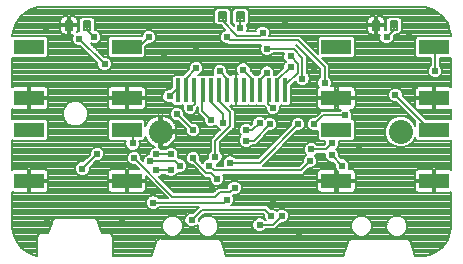
<source format=gbl>
G75*
%MOIN*%
%OFA0B0*%
%FSLAX24Y24*%
%IPPOS*%
%LPD*%
%AMOC8*
5,1,8,0,0,1.08239X$1,22.5*
%
%ADD10R,0.0138X0.0787*%
%ADD11C,0.0075*%
%ADD12R,0.1000X0.0500*%
%ADD13C,0.0800*%
%ADD14C,0.0060*%
%ADD15C,0.0240*%
%ADD16C,0.0080*%
D10*
X005864Y005888D03*
X006140Y005888D03*
X006415Y005888D03*
X006691Y005888D03*
X006966Y005888D03*
X007242Y005888D03*
X007518Y005888D03*
X007793Y005888D03*
X008069Y005888D03*
X008344Y005888D03*
X008620Y005888D03*
X008895Y005888D03*
X009171Y005888D03*
X009447Y005888D03*
D11*
X012360Y008187D02*
X012586Y008187D01*
X012586Y007911D01*
X012360Y007911D01*
X012360Y008187D01*
X012360Y007985D02*
X012586Y007985D01*
X012586Y008059D02*
X012360Y008059D01*
X012360Y008133D02*
X012586Y008133D01*
X012960Y008187D02*
X013186Y008187D01*
X013186Y007911D01*
X012960Y007911D01*
X012960Y008187D01*
X012960Y007985D02*
X013186Y007985D01*
X013186Y008059D02*
X012960Y008059D01*
X012960Y008133D02*
X013186Y008133D01*
X008068Y008482D02*
X007842Y008482D01*
X008068Y008482D02*
X008068Y008206D01*
X007842Y008206D01*
X007842Y008482D01*
X007842Y008280D02*
X008068Y008280D01*
X008068Y008354D02*
X007842Y008354D01*
X007842Y008428D02*
X008068Y008428D01*
X007468Y008482D02*
X007242Y008482D01*
X007468Y008482D02*
X007468Y008206D01*
X007242Y008206D01*
X007242Y008482D01*
X007242Y008280D02*
X007468Y008280D01*
X007468Y008354D02*
X007242Y008354D01*
X007242Y008428D02*
X007468Y008428D01*
X002950Y008187D02*
X002724Y008187D01*
X002950Y008187D02*
X002950Y007911D01*
X002724Y007911D01*
X002724Y008187D01*
X002724Y007985D02*
X002950Y007985D01*
X002950Y008059D02*
X002724Y008059D01*
X002724Y008133D02*
X002950Y008133D01*
X002350Y008187D02*
X002124Y008187D01*
X002350Y008187D02*
X002350Y007911D01*
X002124Y007911D01*
X002124Y008187D01*
X002124Y007985D02*
X002350Y007985D01*
X002350Y008059D02*
X002124Y008059D01*
X002124Y008133D02*
X002350Y008133D01*
D12*
X000912Y007324D03*
X000912Y005624D03*
X000912Y004568D03*
X000912Y002868D03*
X004163Y002868D03*
X004163Y004568D03*
X004163Y005624D03*
X004163Y007324D03*
X011148Y007324D03*
X011148Y005624D03*
X011148Y004568D03*
X011148Y002868D03*
X014399Y002868D03*
X014399Y004568D03*
X014399Y005624D03*
X014399Y007324D03*
D13*
X013293Y004506D03*
X005293Y004506D03*
D14*
X005834Y005096D02*
X006376Y004555D01*
X006966Y004899D02*
X006671Y005195D01*
X006671Y005884D01*
X006691Y005888D01*
X006425Y005884D02*
X006415Y005888D01*
X006425Y005884D02*
X006425Y005441D01*
X006277Y005293D01*
X006966Y005490D02*
X006966Y005888D01*
X007242Y005888D02*
X007262Y005884D01*
X007262Y005490D01*
X007606Y005145D01*
X007606Y004703D01*
X007114Y004210D01*
X007114Y003669D01*
X006917Y003374D02*
X007065Y003226D01*
X009968Y003226D01*
X010264Y003521D01*
X010313Y003915D02*
X010805Y003915D01*
X011002Y004112D01*
X011002Y003718D02*
X011346Y003374D01*
X010411Y004752D02*
X010706Y005047D01*
X011445Y005047D01*
X009870Y004752D02*
X008590Y003472D01*
X007606Y003472D01*
X007163Y002931D02*
X006966Y003128D01*
X006819Y003128D01*
X006376Y003571D01*
X006376Y003620D01*
X005933Y003374D02*
X005785Y003521D01*
X004949Y003521D01*
X005145Y003768D02*
X005638Y003768D01*
X005638Y003226D02*
X005145Y003226D01*
X004407Y003620D02*
X005687Y002340D01*
X007114Y002340D01*
X007262Y002488D01*
X007606Y002488D01*
X007754Y002636D01*
X007508Y002242D02*
X007409Y002144D01*
X005047Y002144D01*
X006327Y001553D02*
X006671Y001897D01*
X008787Y001897D01*
X008984Y001701D01*
X009033Y001405D02*
X008590Y001405D01*
X009033Y001405D02*
X009329Y001701D01*
X008394Y004210D02*
X008147Y004210D01*
X008394Y004210D02*
X008935Y004752D01*
X008590Y004801D02*
X008344Y004555D01*
X008147Y004555D01*
X007360Y004801D02*
X007360Y005096D01*
X006966Y005490D01*
X007518Y005888D02*
X007508Y005933D01*
X007508Y006277D01*
X007262Y006523D01*
X008049Y006573D02*
X008344Y006277D01*
X008344Y005888D01*
X008620Y005888D02*
X008640Y005933D01*
X008640Y006277D01*
X008836Y006474D01*
X009181Y006228D02*
X009181Y005933D01*
X009171Y005888D01*
X009447Y005888D02*
X009476Y005933D01*
X009476Y006081D01*
X009870Y006474D01*
X009870Y006769D01*
X009624Y007016D01*
X009722Y007262D02*
X010018Y006966D01*
X010018Y006277D01*
X009624Y006671D02*
X009181Y006228D01*
X008895Y005888D02*
X008886Y005884D01*
X008886Y005441D01*
X009033Y005293D01*
X010756Y006130D02*
X010756Y006671D01*
X009870Y007557D01*
X007606Y007557D01*
X007508Y007655D01*
X007852Y007705D02*
X007360Y008197D01*
X007360Y008344D01*
X007355Y008344D01*
X007951Y008344D02*
X007951Y007951D01*
X007852Y007705D02*
X008590Y007705D01*
X008689Y007803D01*
X008836Y007262D02*
X009722Y007262D01*
X007955Y008344D02*
X007951Y008344D01*
X006474Y006622D02*
X006130Y006277D01*
X006130Y005933D01*
X006140Y005888D01*
X005864Y005888D02*
X005834Y005933D01*
X005588Y005687D01*
X004358Y004407D02*
X004210Y004555D01*
X004163Y004568D01*
X004358Y004407D02*
X004358Y004112D01*
X003177Y003768D02*
X002685Y003275D01*
X003423Y006769D02*
X002586Y007606D01*
X002832Y007901D02*
X002832Y008049D01*
X002837Y008049D01*
X002832Y007901D02*
X003079Y007655D01*
X004163Y007324D02*
X004210Y007360D01*
X004604Y007360D01*
X004899Y007655D01*
X012823Y007655D02*
X013069Y007901D01*
X013069Y008049D01*
X013073Y008049D01*
X014399Y007324D02*
X014447Y007311D01*
X014447Y006523D01*
X013118Y005736D02*
X014250Y004604D01*
X014397Y004604D01*
X014399Y004568D01*
D15*
X013118Y005736D03*
X013758Y006031D03*
X014447Y006523D03*
X012823Y007655D03*
X013561Y007803D03*
X010756Y006130D03*
X010411Y006671D03*
X010018Y006277D03*
X009624Y006671D03*
X009624Y007016D03*
X008836Y007262D03*
X008689Y007803D03*
X007951Y007951D03*
X007508Y007655D03*
X006474Y007262D03*
X006474Y006622D03*
X007262Y006523D03*
X008049Y006573D03*
X008836Y006474D03*
X009033Y005293D03*
X008935Y004752D03*
X008590Y004801D03*
X008147Y004555D03*
X008147Y004210D03*
X007360Y004801D03*
X006966Y004899D03*
X006376Y004555D03*
X005834Y005096D03*
X006277Y005293D03*
X005588Y005687D03*
X005392Y007065D03*
X004899Y007655D03*
X003423Y006769D03*
X003079Y007655D03*
X002586Y007606D03*
X001455Y007852D03*
X004358Y004112D03*
X004407Y003620D03*
X004949Y003521D03*
X005145Y003768D03*
X005638Y003768D03*
X005933Y003374D03*
X005638Y003226D03*
X005145Y003226D03*
X006376Y003620D03*
X006917Y003374D03*
X007114Y003669D03*
X007606Y003472D03*
X007163Y002931D03*
X007016Y002586D03*
X007508Y002242D03*
X007754Y002636D03*
X008984Y001701D03*
X009329Y001701D03*
X009033Y002094D03*
X008590Y001405D03*
X009919Y001061D03*
X011346Y003374D03*
X011002Y003718D03*
X011002Y004112D03*
X010313Y003915D03*
X010264Y003521D03*
X011888Y003915D03*
X010411Y004752D03*
X009870Y004752D03*
X011445Y005047D03*
X009427Y008147D03*
X003177Y003768D03*
X002685Y003275D03*
X005047Y002144D03*
X004014Y001455D03*
X006327Y001553D03*
X001504Y001504D03*
D16*
X000897Y000455D02*
X000641Y000641D01*
X000455Y000897D01*
X000357Y001198D01*
X000345Y001356D01*
X000345Y002495D01*
X000358Y002488D01*
X000393Y002478D01*
X000872Y002478D01*
X000872Y002828D01*
X000952Y002828D01*
X000952Y002908D01*
X001552Y002908D01*
X001552Y003137D01*
X001542Y003172D01*
X001524Y003204D01*
X001498Y003230D01*
X001466Y003249D01*
X001430Y003258D01*
X000952Y003258D01*
X000952Y002908D01*
X000872Y002908D01*
X000872Y003258D01*
X000393Y003258D01*
X000358Y003249D01*
X000345Y003242D01*
X000345Y004215D01*
X000362Y004198D01*
X001461Y004198D01*
X001532Y004269D01*
X001532Y004868D01*
X001461Y004938D01*
X000362Y004938D01*
X000345Y004921D01*
X000345Y005251D01*
X000358Y005244D01*
X000393Y005234D01*
X000872Y005234D01*
X000872Y005584D01*
X000952Y005584D01*
X000952Y005664D01*
X001552Y005664D01*
X001552Y005893D01*
X001542Y005928D01*
X001524Y005960D01*
X001498Y005986D01*
X001466Y006005D01*
X001430Y006014D01*
X000952Y006014D01*
X000952Y005664D01*
X000872Y005664D01*
X000872Y006014D01*
X000393Y006014D01*
X000358Y006005D01*
X000345Y005997D01*
X000345Y006971D01*
X000362Y006954D01*
X001461Y006954D01*
X001532Y007025D01*
X001532Y007624D01*
X001461Y007694D01*
X000362Y007694D01*
X000347Y007679D01*
X000357Y007813D01*
X000455Y008114D01*
X000641Y008370D01*
X000897Y008556D01*
X001198Y008654D01*
X001356Y008666D01*
X013955Y008666D01*
X014113Y008654D01*
X014414Y008556D01*
X014669Y008370D01*
X014855Y008114D01*
X014953Y007813D01*
X014964Y007679D01*
X014949Y007694D01*
X013849Y007694D01*
X013779Y007624D01*
X013779Y007025D01*
X013849Y006954D01*
X014297Y006954D01*
X014297Y006713D01*
X014243Y006659D01*
X014207Y006571D01*
X014207Y006476D01*
X014243Y006387D01*
X014311Y006320D01*
X014399Y006283D01*
X014494Y006283D01*
X014583Y006320D01*
X014650Y006387D01*
X014687Y006476D01*
X014687Y006571D01*
X014650Y006659D01*
X014597Y006713D01*
X014597Y006954D01*
X014949Y006954D01*
X014966Y006971D01*
X014966Y005997D01*
X014953Y006005D01*
X014917Y006014D01*
X014439Y006014D01*
X014439Y005664D01*
X014359Y005664D01*
X014359Y005584D01*
X014439Y005584D01*
X014439Y005234D01*
X014917Y005234D01*
X014953Y005244D01*
X014966Y005251D01*
X014966Y004921D01*
X014949Y004938D01*
X014128Y004938D01*
X013358Y005708D01*
X013358Y005784D01*
X013321Y005872D01*
X013254Y005939D01*
X013166Y005976D01*
X013070Y005976D01*
X012982Y005939D01*
X012914Y005872D01*
X012878Y005784D01*
X012878Y005688D01*
X012914Y005600D01*
X012982Y005533D01*
X013070Y005496D01*
X013146Y005496D01*
X013779Y004863D01*
X013779Y004690D01*
X013734Y004800D01*
X013587Y004947D01*
X013396Y005026D01*
X013189Y005026D01*
X012998Y004947D01*
X012852Y004800D01*
X012773Y004609D01*
X012773Y004402D01*
X012852Y004211D01*
X012998Y004065D01*
X013189Y003986D01*
X013396Y003986D01*
X013587Y004065D01*
X013734Y004211D01*
X013779Y004321D01*
X013779Y004269D01*
X013849Y004198D01*
X014949Y004198D01*
X014966Y004215D01*
X014966Y003242D01*
X014953Y003249D01*
X014917Y003258D01*
X014439Y003258D01*
X014439Y002908D01*
X014359Y002908D01*
X014359Y002828D01*
X014439Y002828D01*
X014439Y002478D01*
X014917Y002478D01*
X014953Y002488D01*
X014966Y002495D01*
X014966Y001356D01*
X014953Y001198D01*
X014855Y000897D01*
X014669Y000641D01*
X014414Y000455D01*
X014113Y000357D01*
X013955Y000345D01*
X013782Y000345D01*
X013632Y000793D01*
X013632Y000836D01*
X013611Y000857D01*
X013601Y000886D01*
X013563Y000905D01*
X013533Y000936D01*
X013503Y000936D01*
X013475Y000949D01*
X013435Y000936D01*
X011718Y000936D01*
X011678Y000949D01*
X011651Y000936D01*
X011620Y000936D01*
X011590Y000905D01*
X011552Y000886D01*
X011542Y000857D01*
X011521Y000836D01*
X011521Y000793D01*
X011371Y000345D01*
X007483Y000345D01*
X007333Y000793D01*
X007333Y000836D01*
X007312Y000857D01*
X007302Y000886D01*
X007264Y000905D01*
X007234Y000936D01*
X007203Y000936D01*
X007176Y000949D01*
X007136Y000936D01*
X005321Y000936D01*
X005280Y000949D01*
X005253Y000936D01*
X005223Y000936D01*
X005192Y000905D01*
X005154Y000886D01*
X005145Y000857D01*
X005123Y000836D01*
X005123Y000793D01*
X004974Y000345D01*
X003691Y000345D01*
X003691Y001033D01*
X003592Y001132D01*
X003341Y001132D01*
X003199Y001487D01*
X003199Y001525D01*
X003174Y001550D01*
X003161Y001583D01*
X003126Y001598D01*
X003100Y001625D01*
X003064Y001625D01*
X003032Y001639D01*
X002997Y001625D01*
X001881Y001625D01*
X001846Y001639D01*
X001813Y001625D01*
X001778Y001625D01*
X001751Y001598D01*
X001717Y001583D01*
X001703Y001550D01*
X001678Y001525D01*
X001678Y001487D01*
X001536Y001132D01*
X001286Y001132D01*
X001186Y001033D01*
X001186Y000361D01*
X000897Y000455D01*
X000851Y000489D02*
X001186Y000489D01*
X001186Y000411D02*
X001035Y000411D01*
X001186Y000568D02*
X000743Y000568D01*
X000638Y000646D02*
X001186Y000646D01*
X001186Y000725D02*
X000581Y000725D01*
X000524Y000803D02*
X001186Y000803D01*
X001186Y000882D02*
X000467Y000882D01*
X000435Y000960D02*
X001186Y000960D01*
X001192Y001039D02*
X000409Y001039D01*
X000384Y001117D02*
X001270Y001117D01*
X001562Y001196D02*
X000358Y001196D01*
X000351Y001274D02*
X001593Y001274D01*
X001624Y001353D02*
X000345Y001353D01*
X000345Y001431D02*
X001656Y001431D01*
X001678Y001510D02*
X000345Y001510D01*
X000345Y001588D02*
X001728Y001588D01*
X001466Y002488D02*
X001498Y002506D01*
X001524Y002532D01*
X001542Y002564D01*
X001552Y002600D01*
X001552Y002828D01*
X000952Y002828D01*
X000952Y002478D01*
X001430Y002478D01*
X001466Y002488D01*
X001521Y002530D02*
X003553Y002530D01*
X003551Y002532D02*
X003577Y002506D01*
X003609Y002488D01*
X003644Y002478D01*
X004123Y002478D01*
X004123Y002828D01*
X004203Y002828D01*
X004203Y002478D01*
X004681Y002478D01*
X004717Y002488D01*
X004749Y002506D01*
X004775Y002532D01*
X004793Y002564D01*
X004803Y002600D01*
X004803Y002828D01*
X004203Y002828D01*
X004203Y002908D01*
X004803Y002908D01*
X004803Y003012D01*
X005522Y002294D01*
X005236Y002294D01*
X005183Y002347D01*
X005095Y002384D01*
X004999Y002384D01*
X004911Y002347D01*
X004844Y002279D01*
X004807Y002191D01*
X004807Y002096D01*
X004844Y002008D01*
X004911Y001940D01*
X004999Y001904D01*
X005095Y001904D01*
X005183Y001940D01*
X005236Y001994D01*
X006555Y001994D01*
X006354Y001793D01*
X006279Y001793D01*
X006191Y001756D01*
X006123Y001689D01*
X006087Y001601D01*
X006087Y001505D01*
X006123Y001417D01*
X006191Y001349D01*
X006279Y001313D01*
X006374Y001313D01*
X006463Y001349D01*
X006521Y001408D01*
X006521Y001287D01*
X006574Y001159D01*
X006671Y001062D01*
X006799Y001009D01*
X006937Y001009D01*
X007065Y001062D01*
X007162Y001159D01*
X007215Y001287D01*
X007215Y001425D01*
X007162Y001553D01*
X007065Y001650D01*
X006937Y001703D01*
X006799Y001703D01*
X006671Y001650D01*
X006574Y001553D01*
X006567Y001536D01*
X006567Y001581D01*
X006733Y001747D01*
X008725Y001747D01*
X008744Y001728D01*
X008744Y001653D01*
X008781Y001565D01*
X008790Y001555D01*
X008780Y001555D01*
X008726Y001609D01*
X008638Y001645D01*
X008543Y001645D01*
X008454Y001609D01*
X008387Y001541D01*
X008350Y001453D01*
X008350Y001358D01*
X008387Y001269D01*
X008454Y001202D01*
X008543Y001165D01*
X008638Y001165D01*
X008726Y001202D01*
X008780Y001255D01*
X009095Y001255D01*
X009301Y001461D01*
X009376Y001461D01*
X009464Y001497D01*
X009532Y001565D01*
X009569Y001653D01*
X009569Y001748D01*
X009532Y001837D01*
X009464Y001904D01*
X009376Y001941D01*
X009281Y001941D01*
X009193Y001904D01*
X009156Y001868D01*
X009120Y001904D01*
X009032Y001941D01*
X008956Y001941D01*
X008937Y001960D01*
X008849Y002047D01*
X007653Y002047D01*
X007711Y002106D01*
X007748Y002194D01*
X007748Y002290D01*
X007711Y002378D01*
X007710Y002379D01*
X007726Y002396D01*
X007801Y002396D01*
X007890Y002432D01*
X007957Y002500D01*
X007994Y002588D01*
X007994Y002683D01*
X007957Y002772D01*
X007890Y002839D01*
X007801Y002876D01*
X007706Y002876D01*
X007618Y002839D01*
X007550Y002772D01*
X007514Y002683D01*
X007514Y002638D01*
X007199Y002638D01*
X007052Y002490D01*
X005749Y002490D01*
X005236Y003004D01*
X005281Y003023D01*
X005335Y003076D01*
X005448Y003076D01*
X005502Y003023D01*
X005590Y002986D01*
X005685Y002986D01*
X005774Y003023D01*
X005841Y003090D01*
X005863Y003143D01*
X005885Y003134D01*
X005981Y003134D01*
X006069Y003170D01*
X006136Y003238D01*
X006173Y003326D01*
X006173Y003422D01*
X006136Y003510D01*
X006069Y003577D01*
X005981Y003614D01*
X005905Y003614D01*
X005855Y003664D01*
X005878Y003720D01*
X005878Y003815D01*
X005841Y003903D01*
X005774Y003971D01*
X005685Y004008D01*
X005590Y004008D01*
X005502Y003971D01*
X005448Y003918D01*
X005335Y003918D01*
X005281Y003971D01*
X005253Y003983D01*
X005253Y004466D01*
X005333Y004466D01*
X005333Y004546D01*
X005253Y004546D01*
X005253Y005046D01*
X005250Y005046D01*
X005166Y005032D01*
X005085Y005006D01*
X005010Y004968D01*
X004941Y004918D01*
X004881Y004857D01*
X004831Y004789D01*
X004792Y004713D01*
X004783Y004684D01*
X004783Y004868D01*
X004713Y004938D01*
X003613Y004938D01*
X003543Y004868D01*
X003543Y004269D01*
X003613Y004198D01*
X004134Y004198D01*
X004118Y004160D01*
X004118Y004064D01*
X004155Y003976D01*
X004222Y003909D01*
X004310Y003872D01*
X004406Y003872D01*
X004494Y003909D01*
X004562Y003976D01*
X004598Y004064D01*
X004598Y004160D01*
X004582Y004198D01*
X004713Y004198D01*
X004783Y004269D01*
X004783Y004328D01*
X004792Y004298D01*
X004831Y004223D01*
X004881Y004154D01*
X004941Y004094D01*
X005010Y004044D01*
X005085Y004005D01*
X005089Y004004D01*
X005010Y003971D01*
X004942Y003903D01*
X004905Y003815D01*
X004905Y003761D01*
X004901Y003761D01*
X004813Y003725D01*
X004745Y003657D01*
X004709Y003569D01*
X004709Y003531D01*
X004647Y003592D01*
X004647Y003668D01*
X004611Y003756D01*
X004543Y003823D01*
X004455Y003860D01*
X004360Y003860D01*
X004271Y003823D01*
X004204Y003756D01*
X004167Y003668D01*
X004167Y003572D01*
X004204Y003484D01*
X004271Y003416D01*
X004360Y003380D01*
X004435Y003380D01*
X004557Y003258D01*
X004203Y003258D01*
X004203Y002908D01*
X004123Y002908D01*
X004123Y002828D01*
X003523Y002828D01*
X003523Y002600D01*
X003532Y002564D01*
X003551Y002532D01*
X003523Y002609D02*
X001552Y002609D01*
X001552Y002687D02*
X003523Y002687D01*
X003523Y002766D02*
X001552Y002766D01*
X001552Y002923D02*
X003523Y002923D01*
X003523Y002908D02*
X004123Y002908D01*
X004123Y003258D01*
X003644Y003258D01*
X003609Y003249D01*
X003577Y003230D01*
X003551Y003204D01*
X003532Y003172D01*
X003523Y003137D01*
X003523Y002908D01*
X003523Y003001D02*
X001552Y003001D01*
X001552Y003080D02*
X002541Y003080D01*
X002549Y003072D02*
X002637Y003035D01*
X002733Y003035D01*
X002821Y003072D01*
X002888Y003139D01*
X002925Y003228D01*
X002925Y003303D01*
X003149Y003528D01*
X003225Y003528D01*
X003313Y003564D01*
X003380Y003632D01*
X003417Y003720D01*
X003417Y003815D01*
X003380Y003903D01*
X003313Y003971D01*
X003225Y004008D01*
X003129Y004008D01*
X003041Y003971D01*
X002974Y003903D01*
X002937Y003815D01*
X002937Y003740D01*
X002713Y003515D01*
X002637Y003515D01*
X002549Y003479D01*
X002481Y003411D01*
X002445Y003323D01*
X002445Y003228D01*
X002481Y003139D01*
X002549Y003072D01*
X002474Y003158D02*
X001546Y003158D01*
X001487Y003237D02*
X002445Y003237D01*
X002445Y003315D02*
X000345Y003315D01*
X000345Y003394D02*
X002474Y003394D01*
X002542Y003472D02*
X000345Y003472D01*
X000345Y003551D02*
X002748Y003551D01*
X002826Y003629D02*
X000345Y003629D01*
X000345Y003708D02*
X002905Y003708D01*
X002937Y003786D02*
X000345Y003786D01*
X000345Y003865D02*
X002957Y003865D01*
X003013Y003943D02*
X000345Y003943D01*
X000345Y004022D02*
X004136Y004022D01*
X004118Y004100D02*
X000345Y004100D01*
X000345Y004179D02*
X004126Y004179D01*
X004188Y003943D02*
X003341Y003943D01*
X003397Y003865D02*
X004926Y003865D01*
X004905Y003786D02*
X004581Y003786D01*
X004631Y003708D02*
X004795Y003708D01*
X004733Y003629D02*
X004647Y003629D01*
X004689Y003551D02*
X004709Y003551D01*
X004500Y003315D02*
X002937Y003315D01*
X002925Y003237D02*
X003588Y003237D01*
X003528Y003158D02*
X002896Y003158D01*
X002828Y003080D02*
X003523Y003080D01*
X003094Y003472D02*
X004216Y003472D01*
X004176Y003551D02*
X003280Y003551D01*
X003378Y003629D02*
X004167Y003629D01*
X004184Y003708D02*
X003412Y003708D01*
X003417Y003786D02*
X004234Y003786D01*
X004528Y003943D02*
X004982Y003943D01*
X005054Y004022D02*
X004580Y004022D01*
X004598Y004100D02*
X004935Y004100D01*
X004863Y004179D02*
X004590Y004179D01*
X004771Y004257D02*
X004813Y004257D01*
X005253Y004257D02*
X005333Y004257D01*
X005333Y004179D02*
X005253Y004179D01*
X005253Y004100D02*
X005333Y004100D01*
X005333Y004022D02*
X005253Y004022D01*
X005309Y003943D02*
X005474Y003943D01*
X005419Y003979D02*
X005500Y004005D01*
X005576Y004044D01*
X005645Y004094D01*
X005705Y004154D01*
X005755Y004223D01*
X005793Y004298D01*
X005819Y004379D01*
X005833Y004463D01*
X005833Y004466D01*
X005333Y004466D01*
X005333Y003966D01*
X005335Y003966D01*
X005419Y003979D01*
X005532Y004022D02*
X006964Y004022D01*
X006964Y004100D02*
X005651Y004100D01*
X005722Y004179D02*
X006964Y004179D01*
X006964Y004257D02*
X005772Y004257D01*
X005805Y004336D02*
X006278Y004336D01*
X006240Y004351D02*
X006328Y004315D01*
X006424Y004315D01*
X006512Y004351D01*
X006579Y004419D01*
X006616Y004507D01*
X006616Y004603D01*
X006579Y004691D01*
X006512Y004758D01*
X006424Y004795D01*
X006348Y004795D01*
X006074Y005068D01*
X006074Y005144D01*
X006038Y005232D01*
X005970Y005300D01*
X005882Y005336D01*
X005787Y005336D01*
X005698Y005300D01*
X005631Y005232D01*
X005594Y005144D01*
X005594Y005049D01*
X005631Y004960D01*
X005698Y004893D01*
X005787Y004856D01*
X005862Y004856D01*
X006136Y004583D01*
X006136Y004507D01*
X006172Y004419D01*
X006240Y004351D01*
X006177Y004414D02*
X005825Y004414D01*
X005833Y004546D02*
X005833Y004548D01*
X005819Y004632D01*
X005793Y004713D01*
X005755Y004789D01*
X005705Y004857D01*
X005645Y004918D01*
X005576Y004968D01*
X005500Y005006D01*
X005419Y005032D01*
X005335Y005046D01*
X005333Y005046D01*
X005333Y004546D01*
X005833Y004546D01*
X005829Y004571D02*
X006136Y004571D01*
X006142Y004493D02*
X005333Y004493D01*
X005333Y004571D02*
X005253Y004571D01*
X005253Y004650D02*
X005333Y004650D01*
X005333Y004728D02*
X005253Y004728D01*
X005253Y004807D02*
X005333Y004807D01*
X005333Y004885D02*
X005253Y004885D01*
X005253Y004964D02*
X005333Y004964D01*
X005333Y005042D02*
X005253Y005042D01*
X005227Y005042D02*
X002865Y005042D01*
X002865Y005016D02*
X002801Y004861D01*
X002683Y004743D01*
X002528Y004679D01*
X002361Y004679D01*
X002207Y004743D01*
X002089Y004861D01*
X002025Y005016D01*
X002025Y005183D01*
X002089Y005337D01*
X002207Y005455D01*
X002361Y005519D01*
X002528Y005519D01*
X002683Y005455D01*
X002801Y005337D01*
X002865Y005183D01*
X002865Y005016D01*
X002843Y004964D02*
X005004Y004964D01*
X004908Y004885D02*
X004766Y004885D01*
X004783Y004807D02*
X004844Y004807D01*
X004800Y004728D02*
X004783Y004728D01*
X005253Y004414D02*
X005333Y004414D01*
X005333Y004336D02*
X005253Y004336D01*
X005786Y004728D02*
X005991Y004728D01*
X006069Y004650D02*
X005814Y004650D01*
X005742Y004807D02*
X005912Y004807D01*
X005717Y004885D02*
X005677Y004885D01*
X005630Y004964D02*
X005581Y004964D01*
X005597Y005042D02*
X005359Y005042D01*
X005594Y005121D02*
X002865Y005121D01*
X002858Y005199D02*
X005617Y005199D01*
X005676Y005278D02*
X004764Y005278D01*
X004775Y005288D02*
X004793Y005320D01*
X004803Y005356D01*
X006044Y005356D01*
X006037Y005341D02*
X006037Y005245D01*
X006074Y005157D01*
X006141Y005090D01*
X006230Y005053D01*
X006325Y005053D01*
X006413Y005090D01*
X006481Y005157D01*
X006517Y005245D01*
X006517Y005321D01*
X006521Y005325D01*
X006521Y005133D01*
X006726Y004927D01*
X006726Y004852D01*
X006763Y004763D01*
X006830Y004696D01*
X006919Y004659D01*
X007014Y004659D01*
X007102Y004696D01*
X007132Y004725D01*
X007157Y004665D01*
X007224Y004598D01*
X007270Y004579D01*
X006964Y004273D01*
X006964Y003859D01*
X006911Y003805D01*
X006874Y003717D01*
X006874Y003621D01*
X006877Y003614D01*
X006869Y003614D01*
X006781Y003577D01*
X006714Y003510D01*
X006695Y003464D01*
X006607Y003551D01*
X006616Y003572D01*
X006616Y003668D01*
X006579Y003756D01*
X006512Y003823D01*
X006424Y003860D01*
X006328Y003860D01*
X006240Y003823D01*
X006172Y003756D01*
X006136Y003668D01*
X006136Y003572D01*
X006172Y003484D01*
X006240Y003416D01*
X006328Y003380D01*
X006354Y003380D01*
X006757Y002978D01*
X006904Y002978D01*
X006923Y002959D01*
X006923Y002883D01*
X006960Y002795D01*
X007027Y002727D01*
X007115Y002691D01*
X007211Y002691D01*
X007299Y002727D01*
X007367Y002795D01*
X007403Y002883D01*
X007403Y002979D01*
X007367Y003067D01*
X007357Y003076D01*
X010030Y003076D01*
X010118Y003164D01*
X010236Y003281D01*
X010311Y003281D01*
X010400Y003318D01*
X010467Y003386D01*
X010504Y003474D01*
X010504Y003569D01*
X010467Y003657D01*
X010423Y003701D01*
X010449Y003712D01*
X010502Y003765D01*
X010762Y003765D01*
X010762Y003671D01*
X010798Y003582D01*
X010866Y003515D01*
X010954Y003478D01*
X011030Y003478D01*
X011106Y003402D01*
X011106Y003326D01*
X011143Y003238D01*
X011188Y003193D01*
X011188Y002908D01*
X011788Y002908D01*
X011788Y003137D01*
X011778Y003172D01*
X011760Y003204D01*
X011734Y003230D01*
X011702Y003249D01*
X011666Y003258D01*
X011558Y003258D01*
X011586Y003326D01*
X011586Y003422D01*
X011550Y003510D01*
X011482Y003577D01*
X011394Y003614D01*
X011318Y003614D01*
X011242Y003690D01*
X011242Y003766D01*
X011205Y003854D01*
X011144Y003915D01*
X011205Y003976D01*
X011242Y004064D01*
X011242Y004160D01*
X011226Y004198D01*
X011698Y004198D01*
X011768Y004269D01*
X011768Y004868D01*
X011698Y004938D01*
X011659Y004938D01*
X011685Y004999D01*
X011685Y005095D01*
X011648Y005183D01*
X011597Y005234D01*
X011666Y005234D01*
X011702Y005244D01*
X011734Y005262D01*
X011760Y005288D01*
X011778Y005320D01*
X011788Y005356D01*
X013286Y005356D01*
X013364Y005278D02*
X011749Y005278D01*
X011788Y005356D02*
X011788Y005584D01*
X011188Y005584D01*
X011188Y005664D01*
X011788Y005664D01*
X011788Y005893D01*
X011778Y005928D01*
X011760Y005960D01*
X011734Y005986D01*
X011702Y006005D01*
X011666Y006014D01*
X011188Y006014D01*
X011188Y005664D01*
X011108Y005664D01*
X011108Y005584D01*
X011188Y005584D01*
X011188Y005234D01*
X011292Y005234D01*
X011255Y005197D01*
X010644Y005197D01*
X010556Y005109D01*
X010439Y004992D01*
X010363Y004992D01*
X010275Y004955D01*
X010208Y004888D01*
X010171Y004800D01*
X010171Y004704D01*
X010208Y004616D01*
X010275Y004548D01*
X010363Y004512D01*
X010459Y004512D01*
X010528Y004540D01*
X010528Y004269D01*
X010598Y004198D01*
X010778Y004198D01*
X010762Y004160D01*
X010762Y004084D01*
X010743Y004065D01*
X010502Y004065D01*
X010449Y004119D01*
X010361Y004155D01*
X010265Y004155D01*
X010177Y004119D01*
X010109Y004051D01*
X010073Y003963D01*
X010073Y003867D01*
X010109Y003779D01*
X010153Y003735D01*
X010128Y003725D01*
X010060Y003657D01*
X010024Y003569D01*
X010024Y003494D01*
X009906Y003376D01*
X008706Y003376D01*
X009842Y004512D01*
X009918Y004512D01*
X010006Y004548D01*
X010073Y004616D01*
X010110Y004704D01*
X010110Y004800D01*
X010073Y004888D01*
X010006Y004955D01*
X009918Y004992D01*
X009822Y004992D01*
X009734Y004955D01*
X009666Y004888D01*
X009630Y004800D01*
X009630Y004724D01*
X008528Y003622D01*
X007796Y003622D01*
X007742Y003676D01*
X007654Y003712D01*
X007558Y003712D01*
X007470Y003676D01*
X007403Y003608D01*
X007366Y003520D01*
X007366Y003425D01*
X007386Y003376D01*
X007157Y003376D01*
X007157Y003422D01*
X007154Y003429D01*
X007162Y003429D01*
X007250Y003466D01*
X007317Y003533D01*
X007354Y003621D01*
X007354Y003717D01*
X007317Y003805D01*
X007264Y003859D01*
X007264Y004148D01*
X007668Y004553D01*
X007756Y004640D01*
X007756Y005208D01*
X007590Y005374D01*
X007636Y005374D01*
X007642Y005380D01*
X007670Y005363D01*
X007706Y005354D01*
X007793Y005354D01*
X007793Y005888D01*
X007793Y006421D01*
X007706Y006421D01*
X007670Y006412D01*
X007642Y006395D01*
X007636Y006401D01*
X007596Y006401D01*
X007502Y006496D01*
X007502Y006571D01*
X007465Y006659D01*
X007398Y006727D01*
X007309Y006763D01*
X007214Y006763D01*
X007126Y006727D01*
X007058Y006659D01*
X007022Y006571D01*
X007022Y006476D01*
X007052Y006401D01*
X006848Y006401D01*
X006829Y006382D01*
X006809Y006401D01*
X006572Y006401D01*
X006553Y006382D01*
X006544Y006391D01*
X006610Y006418D01*
X006678Y006486D01*
X006714Y006574D01*
X006714Y006670D01*
X006678Y006758D01*
X006610Y006825D01*
X006522Y006862D01*
X006426Y006862D01*
X006338Y006825D01*
X006271Y006758D01*
X006234Y006670D01*
X006234Y006594D01*
X006068Y006427D01*
X006042Y006401D01*
X006021Y006401D01*
X006002Y006382D01*
X005983Y006401D01*
X005745Y006401D01*
X005675Y006331D01*
X005675Y005986D01*
X005616Y005927D01*
X005541Y005927D01*
X005452Y005890D01*
X005385Y005823D01*
X005348Y005735D01*
X005348Y005639D01*
X005385Y005551D01*
X005452Y005483D01*
X005541Y005447D01*
X005636Y005447D01*
X005675Y005463D01*
X005675Y005444D01*
X005745Y005374D01*
X005983Y005374D01*
X006002Y005393D01*
X006021Y005374D01*
X006051Y005374D01*
X006037Y005341D01*
X006037Y005278D02*
X005993Y005278D01*
X006052Y005199D02*
X006057Y005199D01*
X006074Y005121D02*
X006111Y005121D01*
X006101Y005042D02*
X006612Y005042D01*
X006690Y004964D02*
X006179Y004964D01*
X006258Y004885D02*
X006726Y004885D01*
X006745Y004807D02*
X006336Y004807D01*
X006542Y004728D02*
X006798Y004728D01*
X006596Y004650D02*
X007172Y004650D01*
X007262Y004571D02*
X006616Y004571D01*
X006610Y004493D02*
X007184Y004493D01*
X007105Y004414D02*
X006574Y004414D01*
X006473Y004336D02*
X007027Y004336D01*
X007294Y004179D02*
X007907Y004179D01*
X007907Y004163D02*
X007944Y004074D01*
X008011Y004007D01*
X008100Y003970D01*
X008195Y003970D01*
X008283Y004007D01*
X008337Y004060D01*
X008456Y004060D01*
X008907Y004512D01*
X008983Y004512D01*
X009071Y004548D01*
X009138Y004616D01*
X009175Y004704D01*
X009175Y004800D01*
X009138Y004888D01*
X009071Y004955D01*
X008983Y004992D01*
X008887Y004992D01*
X008799Y004955D01*
X008787Y004944D01*
X008726Y005004D01*
X008638Y005041D01*
X008543Y005041D01*
X008454Y005004D01*
X008387Y004937D01*
X008350Y004849D01*
X008350Y004773D01*
X008310Y004732D01*
X008283Y004758D01*
X008195Y004795D01*
X008100Y004795D01*
X008011Y004758D01*
X007944Y004691D01*
X007907Y004603D01*
X007907Y004507D01*
X007944Y004419D01*
X007980Y004383D01*
X007944Y004346D01*
X007907Y004258D01*
X007907Y004163D01*
X007933Y004100D02*
X007264Y004100D01*
X007264Y004022D02*
X007997Y004022D01*
X007907Y004257D02*
X007373Y004257D01*
X007451Y004336D02*
X007939Y004336D01*
X007949Y004414D02*
X007530Y004414D01*
X007608Y004493D02*
X007914Y004493D01*
X007907Y004571D02*
X007687Y004571D01*
X007756Y004650D02*
X007927Y004650D01*
X007981Y004728D02*
X007756Y004728D01*
X007756Y004807D02*
X008350Y004807D01*
X008365Y004885D02*
X007756Y004885D01*
X007756Y004964D02*
X008413Y004964D01*
X008767Y004964D02*
X008819Y004964D01*
X008897Y005090D02*
X008830Y005157D01*
X008793Y005245D01*
X008793Y005321D01*
X008739Y005375D01*
X008738Y005374D01*
X008501Y005374D01*
X008482Y005393D01*
X008463Y005374D01*
X008226Y005374D01*
X008206Y005393D01*
X008187Y005374D01*
X007950Y005374D01*
X007944Y005380D01*
X007916Y005363D01*
X007880Y005354D01*
X007793Y005354D01*
X007793Y005888D01*
X007793Y005888D01*
X007793Y006421D01*
X007861Y006421D01*
X007846Y006437D01*
X007809Y006525D01*
X007809Y006620D01*
X007846Y006709D01*
X007913Y006776D01*
X008001Y006813D01*
X008097Y006813D01*
X008185Y006776D01*
X008252Y006709D01*
X008289Y006620D01*
X008289Y006545D01*
X008432Y006401D01*
X008463Y006401D01*
X008482Y006382D01*
X008501Y006401D01*
X008551Y006401D01*
X008577Y006427D01*
X008596Y006446D01*
X008596Y006522D01*
X008633Y006610D01*
X008700Y006678D01*
X008789Y006714D01*
X008884Y006714D01*
X008972Y006678D01*
X009040Y006610D01*
X009076Y006522D01*
X009076Y006426D01*
X009066Y006401D01*
X009142Y006401D01*
X009384Y006643D01*
X009384Y006719D01*
X009420Y006807D01*
X009457Y006843D01*
X009420Y006880D01*
X009384Y006968D01*
X009384Y007063D01*
X009404Y007112D01*
X009026Y007112D01*
X008972Y007058D01*
X008884Y007022D01*
X008789Y007022D01*
X008700Y007058D01*
X008633Y007126D01*
X008596Y007214D01*
X008596Y007309D01*
X008633Y007398D01*
X008642Y007407D01*
X007544Y007407D01*
X007536Y007415D01*
X007460Y007415D01*
X007372Y007452D01*
X007304Y007519D01*
X007268Y007608D01*
X007268Y007703D01*
X007304Y007791D01*
X007372Y007859D01*
X007452Y007892D01*
X007298Y008047D01*
X007295Y008049D01*
X007178Y008049D01*
X007085Y008142D01*
X007085Y008547D01*
X007178Y008639D01*
X007533Y008639D01*
X007625Y008547D01*
X007625Y008144D01*
X007728Y008041D01*
X007745Y008082D01*
X007685Y008142D01*
X007685Y008547D01*
X007778Y008639D01*
X008133Y008639D01*
X008225Y008547D01*
X008225Y008142D01*
X008159Y008075D01*
X008191Y007998D01*
X008191Y007903D01*
X008171Y007855D01*
X008450Y007855D01*
X008485Y007939D01*
X008553Y008006D01*
X008641Y008043D01*
X008737Y008043D01*
X008825Y008006D01*
X008892Y007939D01*
X008929Y007851D01*
X008929Y007755D01*
X008909Y007707D01*
X009932Y007707D01*
X010020Y007619D01*
X010528Y007111D01*
X010528Y007624D01*
X010598Y007694D01*
X011698Y007694D01*
X011768Y007624D01*
X011768Y007025D01*
X011698Y006954D01*
X010685Y006954D01*
X010906Y006733D01*
X010906Y006319D01*
X010959Y006266D01*
X010996Y006177D01*
X010996Y006082D01*
X010968Y006014D01*
X011108Y006014D01*
X011108Y005664D01*
X010508Y005664D01*
X010508Y005893D01*
X010517Y005928D01*
X010536Y005960D01*
X010561Y005985D01*
X010552Y005994D01*
X010516Y006082D01*
X010516Y006177D01*
X010552Y006266D01*
X010606Y006319D01*
X010606Y006609D01*
X009808Y007407D01*
X009789Y007407D01*
X010080Y007116D01*
X010168Y007028D01*
X010168Y006467D01*
X010221Y006413D01*
X010258Y006325D01*
X010258Y006230D01*
X010221Y006141D01*
X010153Y006074D01*
X010065Y006037D01*
X009970Y006037D01*
X009882Y006074D01*
X009814Y006141D01*
X009795Y006187D01*
X009636Y006028D01*
X009636Y005904D01*
X009636Y005903D01*
X009636Y005903D01*
X009636Y005444D01*
X009565Y005374D01*
X009328Y005374D01*
X009309Y005393D01*
X009290Y005374D01*
X009260Y005374D01*
X009273Y005341D01*
X009273Y005245D01*
X009237Y005157D01*
X009169Y005090D01*
X009081Y005053D01*
X008986Y005053D01*
X008897Y005090D01*
X008866Y005121D02*
X007756Y005121D01*
X007756Y005199D02*
X008812Y005199D01*
X008793Y005278D02*
X007686Y005278D01*
X007698Y005356D02*
X007608Y005356D01*
X007793Y005356D02*
X007793Y005356D01*
X007793Y005435D02*
X007793Y005435D01*
X007793Y005513D02*
X007793Y005513D01*
X007793Y005592D02*
X007793Y005592D01*
X007793Y005670D02*
X007793Y005670D01*
X007793Y005749D02*
X007793Y005749D01*
X007793Y005827D02*
X007793Y005827D01*
X007793Y005888D02*
X007793Y005888D01*
X007793Y005906D02*
X007793Y005906D01*
X007793Y005984D02*
X007793Y005984D01*
X007793Y006063D02*
X007793Y006063D01*
X007793Y006141D02*
X007793Y006141D01*
X007793Y006220D02*
X007793Y006220D01*
X007793Y006298D02*
X007793Y006298D01*
X007793Y006377D02*
X007793Y006377D01*
X007838Y006455D02*
X007542Y006455D01*
X007502Y006534D02*
X007809Y006534D01*
X007809Y006612D02*
X007485Y006612D01*
X007434Y006691D02*
X007838Y006691D01*
X007906Y006769D02*
X006666Y006769D01*
X006706Y006691D02*
X007089Y006691D01*
X007039Y006612D02*
X006714Y006612D01*
X006697Y006534D02*
X007022Y006534D01*
X007030Y006455D02*
X006647Y006455D01*
X006557Y006848D02*
X009452Y006848D01*
X009405Y006769D02*
X008192Y006769D01*
X008260Y006691D02*
X008731Y006691D01*
X008635Y006612D02*
X008289Y006612D01*
X008300Y006534D02*
X008601Y006534D01*
X008596Y006455D02*
X008379Y006455D01*
X008941Y006691D02*
X009384Y006691D01*
X009353Y006612D02*
X009038Y006612D01*
X009072Y006534D02*
X009274Y006534D01*
X009196Y006455D02*
X009076Y006455D01*
X009401Y006926D02*
X003606Y006926D01*
X003626Y006905D02*
X003559Y006973D01*
X003471Y007009D01*
X003395Y007009D01*
X002960Y007445D01*
X003031Y007415D01*
X003126Y007415D01*
X003214Y007452D01*
X003282Y007519D01*
X003319Y007608D01*
X003319Y007703D01*
X003282Y007791D01*
X003214Y007859D01*
X003126Y007895D01*
X003107Y007895D01*
X003107Y008252D01*
X003015Y008344D01*
X002659Y008344D01*
X002567Y008252D01*
X002567Y007846D01*
X002567Y007846D01*
X002539Y007846D01*
X002510Y007834D01*
X002515Y007843D01*
X002527Y007888D01*
X002527Y008014D01*
X002272Y008014D01*
X002272Y007734D01*
X002373Y007734D01*
X002380Y007736D01*
X002346Y007654D01*
X002346Y007558D01*
X002383Y007470D01*
X002450Y007403D01*
X002539Y007366D01*
X002614Y007366D01*
X003183Y006797D01*
X003183Y006722D01*
X003220Y006634D01*
X003287Y006566D01*
X003375Y006529D01*
X003471Y006529D01*
X003559Y006566D01*
X003626Y006634D01*
X003663Y006722D01*
X003663Y006817D01*
X003626Y006905D01*
X003613Y006954D02*
X004713Y006954D01*
X004783Y007025D01*
X004783Y007327D01*
X004872Y007415D01*
X004947Y007415D01*
X005035Y007452D01*
X005103Y007519D01*
X005139Y007608D01*
X005139Y007703D01*
X005103Y007791D01*
X005035Y007859D01*
X004947Y007895D01*
X004852Y007895D01*
X004763Y007859D01*
X004696Y007791D01*
X004659Y007703D01*
X004659Y007694D01*
X003613Y007694D01*
X003543Y007624D01*
X003543Y007025D01*
X003613Y006954D01*
X003563Y007005D02*
X003483Y007005D01*
X003543Y007083D02*
X003322Y007083D01*
X003243Y007162D02*
X003543Y007162D01*
X003543Y007240D02*
X003165Y007240D01*
X003086Y007319D02*
X003543Y007319D01*
X003543Y007397D02*
X003008Y007397D01*
X003238Y007476D02*
X003543Y007476D01*
X003543Y007554D02*
X003296Y007554D01*
X003319Y007633D02*
X003551Y007633D01*
X003315Y007711D02*
X004663Y007711D01*
X004695Y007790D02*
X003283Y007790D01*
X003192Y007868D02*
X004786Y007868D01*
X005013Y007868D02*
X007394Y007868D01*
X007398Y007947D02*
X003107Y007947D01*
X003107Y008025D02*
X007320Y008025D01*
X007123Y008104D02*
X003107Y008104D01*
X003107Y008182D02*
X007085Y008182D01*
X007085Y008261D02*
X003098Y008261D01*
X003020Y008339D02*
X007085Y008339D01*
X007085Y008418D02*
X000706Y008418D01*
X000618Y008339D02*
X002034Y008339D01*
X002016Y008329D02*
X002056Y008352D01*
X002101Y008364D01*
X002202Y008364D01*
X002202Y008084D01*
X002202Y008014D01*
X001947Y008014D01*
X001947Y007888D01*
X001959Y007843D01*
X001983Y007803D01*
X002016Y007769D01*
X002056Y007746D01*
X002101Y007734D01*
X002202Y007734D01*
X002202Y008014D01*
X002272Y008014D01*
X002272Y008084D01*
X002202Y008084D01*
X001947Y008084D01*
X001947Y008210D01*
X001959Y008255D01*
X001983Y008296D01*
X002016Y008329D01*
X001962Y008261D02*
X000561Y008261D01*
X000504Y008182D02*
X001947Y008182D01*
X001947Y008104D02*
X000452Y008104D01*
X000426Y008025D02*
X002202Y008025D01*
X002272Y008025D02*
X002567Y008025D01*
X002527Y008084D02*
X002527Y008210D01*
X002515Y008255D01*
X002492Y008296D01*
X002459Y008329D01*
X002418Y008352D01*
X002373Y008364D01*
X002272Y008364D01*
X002272Y008084D01*
X002527Y008084D01*
X002527Y008104D02*
X002567Y008104D01*
X002567Y008182D02*
X002527Y008182D01*
X002512Y008261D02*
X002576Y008261D01*
X002654Y008339D02*
X002441Y008339D01*
X002272Y008339D02*
X002202Y008339D01*
X002202Y008261D02*
X002272Y008261D01*
X002272Y008182D02*
X002202Y008182D01*
X002202Y008104D02*
X002272Y008104D01*
X002272Y007947D02*
X002202Y007947D01*
X002202Y007868D02*
X002272Y007868D01*
X002272Y007790D02*
X002202Y007790D01*
X002370Y007711D02*
X000349Y007711D01*
X000356Y007790D02*
X001996Y007790D01*
X001953Y007868D02*
X000375Y007868D01*
X000401Y007947D02*
X001947Y007947D01*
X002346Y007633D02*
X001523Y007633D01*
X001532Y007554D02*
X002348Y007554D01*
X002381Y007476D02*
X001532Y007476D01*
X001532Y007397D02*
X002464Y007397D01*
X002662Y007319D02*
X001532Y007319D01*
X001532Y007240D02*
X002740Y007240D01*
X002819Y007162D02*
X001532Y007162D01*
X001532Y007083D02*
X002897Y007083D01*
X002976Y007005D02*
X001512Y007005D01*
X000345Y006926D02*
X003054Y006926D01*
X003133Y006848D02*
X000345Y006848D01*
X000345Y006769D02*
X003183Y006769D01*
X003196Y006691D02*
X000345Y006691D01*
X000345Y006612D02*
X003241Y006612D01*
X003366Y006534D02*
X000345Y006534D01*
X000345Y006455D02*
X006095Y006455D01*
X006174Y006534D02*
X003481Y006534D01*
X003605Y006612D02*
X006234Y006612D01*
X006243Y006691D02*
X003650Y006691D01*
X003663Y006769D02*
X006282Y006769D01*
X006392Y006848D02*
X003650Y006848D01*
X003644Y006014D02*
X003609Y006005D01*
X003577Y005986D01*
X003551Y005960D01*
X003532Y005928D01*
X003523Y005893D01*
X003523Y005664D01*
X004123Y005664D01*
X004123Y005584D01*
X004203Y005584D01*
X004203Y005664D01*
X004803Y005664D01*
X004803Y005893D01*
X004793Y005928D01*
X004775Y005960D01*
X004749Y005986D01*
X004717Y006005D01*
X004681Y006014D01*
X004203Y006014D01*
X004203Y005664D01*
X004123Y005664D01*
X004123Y006014D01*
X003644Y006014D01*
X003575Y005984D02*
X001500Y005984D01*
X001548Y005906D02*
X003526Y005906D01*
X003523Y005827D02*
X001552Y005827D01*
X001552Y005749D02*
X003523Y005749D01*
X003523Y005670D02*
X001552Y005670D01*
X001552Y005584D02*
X000952Y005584D01*
X000952Y005234D01*
X001430Y005234D01*
X001466Y005244D01*
X001498Y005262D01*
X001524Y005288D01*
X001542Y005320D01*
X001552Y005356D01*
X002107Y005356D01*
X002064Y005278D02*
X001513Y005278D01*
X001552Y005356D02*
X001552Y005584D01*
X001552Y005513D02*
X002346Y005513D01*
X002186Y005435D02*
X001552Y005435D01*
X002031Y005199D02*
X000345Y005199D01*
X000345Y005121D02*
X002025Y005121D01*
X002025Y005042D02*
X000345Y005042D01*
X000345Y004964D02*
X002046Y004964D01*
X002079Y004885D02*
X001515Y004885D01*
X001532Y004807D02*
X002144Y004807D01*
X002244Y004728D02*
X001532Y004728D01*
X001532Y004650D02*
X003543Y004650D01*
X003543Y004728D02*
X002646Y004728D01*
X002746Y004807D02*
X003543Y004807D01*
X003560Y004885D02*
X002810Y004885D01*
X002826Y005278D02*
X003562Y005278D01*
X003551Y005288D02*
X003577Y005262D01*
X003609Y005244D01*
X003644Y005234D01*
X004123Y005234D01*
X004123Y005584D01*
X003523Y005584D01*
X003523Y005356D01*
X002782Y005356D01*
X002704Y005435D02*
X003523Y005435D01*
X003523Y005513D02*
X002544Y005513D01*
X003523Y005356D02*
X003532Y005320D01*
X003551Y005288D01*
X004123Y005278D02*
X004203Y005278D01*
X004203Y005234D02*
X004681Y005234D01*
X004717Y005244D01*
X004749Y005262D01*
X004775Y005288D01*
X004803Y005356D02*
X004803Y005584D01*
X004203Y005584D01*
X004203Y005234D01*
X004203Y005356D02*
X004123Y005356D01*
X004123Y005435D02*
X004203Y005435D01*
X004203Y005513D02*
X004123Y005513D01*
X004123Y005592D02*
X000952Y005592D01*
X000952Y005670D02*
X000872Y005670D01*
X000872Y005749D02*
X000952Y005749D01*
X000952Y005827D02*
X000872Y005827D01*
X000872Y005906D02*
X000952Y005906D01*
X000952Y005984D02*
X000872Y005984D01*
X000345Y006063D02*
X005675Y006063D01*
X005675Y006141D02*
X000345Y006141D01*
X000345Y006220D02*
X005675Y006220D01*
X005675Y006298D02*
X000345Y006298D01*
X000345Y006377D02*
X005721Y006377D01*
X005673Y005984D02*
X004751Y005984D01*
X004799Y005906D02*
X005489Y005906D01*
X005389Y005827D02*
X004803Y005827D01*
X004803Y005749D02*
X005354Y005749D01*
X005348Y005670D02*
X004803Y005670D01*
X004803Y005513D02*
X005423Y005513D01*
X005368Y005592D02*
X004203Y005592D01*
X004203Y005670D02*
X004123Y005670D01*
X004123Y005749D02*
X004203Y005749D01*
X004203Y005827D02*
X004123Y005827D01*
X004123Y005906D02*
X004203Y005906D01*
X004203Y005984D02*
X004123Y005984D01*
X004803Y005435D02*
X005685Y005435D01*
X006444Y005121D02*
X006533Y005121D01*
X006521Y005199D02*
X006498Y005199D01*
X006517Y005278D02*
X006521Y005278D01*
X007756Y005042D02*
X010489Y005042D01*
X010568Y005121D02*
X009200Y005121D01*
X009254Y005199D02*
X011257Y005199D01*
X011188Y005278D02*
X011108Y005278D01*
X011108Y005234D02*
X011108Y005584D01*
X010508Y005584D01*
X010508Y005356D01*
X009267Y005356D01*
X009273Y005278D02*
X010547Y005278D01*
X010536Y005288D02*
X010562Y005262D01*
X010594Y005244D01*
X010629Y005234D01*
X011108Y005234D01*
X011108Y005356D02*
X011188Y005356D01*
X011188Y005435D02*
X011108Y005435D01*
X011108Y005513D02*
X011188Y005513D01*
X011188Y005592D02*
X012923Y005592D01*
X012885Y005670D02*
X011788Y005670D01*
X011788Y005749D02*
X012878Y005749D01*
X012896Y005827D02*
X011788Y005827D01*
X011784Y005906D02*
X012948Y005906D01*
X013288Y005906D02*
X013762Y005906D01*
X013759Y005893D02*
X013759Y005664D01*
X014359Y005664D01*
X014359Y006014D01*
X013881Y006014D01*
X013845Y006005D01*
X013813Y005986D01*
X013787Y005960D01*
X013769Y005928D01*
X013759Y005893D01*
X013759Y005827D02*
X013340Y005827D01*
X013358Y005749D02*
X013759Y005749D01*
X013759Y005670D02*
X013396Y005670D01*
X013475Y005592D02*
X014359Y005592D01*
X014359Y005584D02*
X013759Y005584D01*
X013759Y005356D01*
X013710Y005356D01*
X013759Y005356D02*
X013769Y005320D01*
X013787Y005288D01*
X013813Y005262D01*
X013845Y005244D01*
X013881Y005234D01*
X014359Y005234D01*
X014359Y005584D01*
X014359Y005513D02*
X014439Y005513D01*
X014439Y005435D02*
X014359Y005435D01*
X014359Y005356D02*
X014439Y005356D01*
X014439Y005278D02*
X014359Y005278D01*
X013946Y005121D02*
X014966Y005121D01*
X014966Y005199D02*
X013867Y005199D01*
X013798Y005278D02*
X013789Y005278D01*
X013759Y005435D02*
X013632Y005435D01*
X013553Y005513D02*
X013759Y005513D01*
X013443Y005199D02*
X011632Y005199D01*
X011674Y005121D02*
X013521Y005121D01*
X013600Y005042D02*
X011685Y005042D01*
X011670Y004964D02*
X013039Y004964D01*
X012937Y004885D02*
X011751Y004885D01*
X011768Y004807D02*
X012858Y004807D01*
X012822Y004728D02*
X011768Y004728D01*
X011768Y004650D02*
X012789Y004650D01*
X012773Y004571D02*
X011768Y004571D01*
X011768Y004493D02*
X012773Y004493D01*
X012773Y004414D02*
X011768Y004414D01*
X011768Y004336D02*
X012800Y004336D01*
X012833Y004257D02*
X011756Y004257D01*
X011234Y004179D02*
X012885Y004179D01*
X012963Y004100D02*
X011242Y004100D01*
X011224Y004022D02*
X013103Y004022D01*
X013483Y004022D02*
X014966Y004022D01*
X014966Y004100D02*
X013622Y004100D01*
X013701Y004179D02*
X014966Y004179D01*
X014966Y003943D02*
X011172Y003943D01*
X011195Y003865D02*
X014966Y003865D01*
X014966Y003786D02*
X011234Y003786D01*
X011242Y003708D02*
X014966Y003708D01*
X014966Y003629D02*
X011303Y003629D01*
X011509Y003551D02*
X014966Y003551D01*
X014966Y003472D02*
X011565Y003472D01*
X011586Y003394D02*
X014966Y003394D01*
X014966Y003315D02*
X011582Y003315D01*
X011723Y003237D02*
X013824Y003237D01*
X013813Y003230D02*
X013787Y003204D01*
X013769Y003172D01*
X013759Y003137D01*
X013759Y002908D01*
X014359Y002908D01*
X014359Y003258D01*
X013881Y003258D01*
X013845Y003249D01*
X013813Y003230D01*
X013765Y003158D02*
X011782Y003158D01*
X011788Y003080D02*
X013759Y003080D01*
X013759Y003001D02*
X011788Y003001D01*
X011788Y002923D02*
X013759Y002923D01*
X013759Y002828D02*
X013759Y002600D01*
X013769Y002564D01*
X013787Y002532D01*
X013813Y002506D01*
X013845Y002488D01*
X013881Y002478D01*
X014359Y002478D01*
X014359Y002828D01*
X013759Y002828D01*
X013759Y002766D02*
X011788Y002766D01*
X011788Y002828D02*
X011188Y002828D01*
X011188Y002478D01*
X011666Y002478D01*
X011702Y002488D01*
X011734Y002506D01*
X011760Y002532D01*
X011778Y002564D01*
X011788Y002600D01*
X011788Y002828D01*
X011788Y002687D02*
X013759Y002687D01*
X013759Y002609D02*
X011788Y002609D01*
X011758Y002530D02*
X013789Y002530D01*
X014359Y002530D02*
X014439Y002530D01*
X014439Y002609D02*
X014359Y002609D01*
X014359Y002687D02*
X014439Y002687D01*
X014439Y002766D02*
X014359Y002766D01*
X014359Y002844D02*
X011188Y002844D01*
X011188Y002828D02*
X011188Y002908D01*
X011108Y002908D01*
X011108Y002828D01*
X011188Y002828D01*
X011188Y002766D02*
X011108Y002766D01*
X011108Y002828D02*
X011108Y002478D01*
X010629Y002478D01*
X010594Y002488D01*
X010562Y002506D01*
X010536Y002532D01*
X010517Y002564D01*
X010508Y002600D01*
X010508Y002828D01*
X011108Y002828D01*
X011108Y002844D02*
X007878Y002844D01*
X007960Y002766D02*
X010508Y002766D01*
X010508Y002687D02*
X007992Y002687D01*
X007994Y002609D02*
X010508Y002609D01*
X010538Y002530D02*
X007970Y002530D01*
X007909Y002452D02*
X014966Y002452D01*
X014966Y002373D02*
X007713Y002373D01*
X007746Y002295D02*
X014966Y002295D01*
X014966Y002216D02*
X007748Y002216D01*
X007724Y002138D02*
X014966Y002138D01*
X014966Y002059D02*
X007664Y002059D01*
X007127Y001588D02*
X008434Y001588D01*
X008374Y001510D02*
X007180Y001510D01*
X007213Y001431D02*
X008350Y001431D01*
X008352Y001353D02*
X007215Y001353D01*
X007210Y001274D02*
X008385Y001274D01*
X008470Y001196D02*
X007177Y001196D01*
X007120Y001117D02*
X011734Y001117D01*
X011692Y001159D02*
X011789Y001062D01*
X011917Y001009D01*
X012055Y001009D01*
X012183Y001062D01*
X012280Y001159D01*
X012333Y001287D01*
X012333Y001425D01*
X012280Y001553D01*
X012183Y001650D01*
X012055Y001703D01*
X011917Y001703D01*
X011789Y001650D01*
X011692Y001553D01*
X011639Y001425D01*
X011639Y001287D01*
X011692Y001159D01*
X011677Y001196D02*
X008711Y001196D01*
X009114Y001274D02*
X011644Y001274D01*
X011639Y001353D02*
X009193Y001353D01*
X009271Y001431D02*
X011641Y001431D01*
X011674Y001510D02*
X009477Y001510D01*
X009542Y001588D02*
X011727Y001588D01*
X011828Y001667D02*
X009569Y001667D01*
X009569Y001745D02*
X014966Y001745D01*
X014966Y001667D02*
X013325Y001667D01*
X013364Y001650D02*
X013236Y001703D01*
X013098Y001703D01*
X012970Y001650D01*
X012873Y001553D01*
X012820Y001425D01*
X012820Y001287D01*
X012873Y001159D01*
X012970Y001062D01*
X013098Y001009D01*
X013236Y001009D01*
X013364Y001062D01*
X013461Y001159D01*
X013514Y001287D01*
X013514Y001425D01*
X013461Y001553D01*
X013364Y001650D01*
X013426Y001588D02*
X014966Y001588D01*
X014966Y001510D02*
X013479Y001510D01*
X013512Y001431D02*
X014966Y001431D01*
X014965Y001353D02*
X013514Y001353D01*
X013509Y001274D02*
X014959Y001274D01*
X014952Y001196D02*
X013476Y001196D01*
X013419Y001117D02*
X014927Y001117D01*
X014901Y001039D02*
X013308Y001039D01*
X013027Y001039D02*
X012126Y001039D01*
X012238Y001117D02*
X012915Y001117D01*
X012858Y001196D02*
X012295Y001196D01*
X012328Y001274D02*
X012825Y001274D01*
X012820Y001353D02*
X012333Y001353D01*
X012331Y001431D02*
X012822Y001431D01*
X012855Y001510D02*
X012298Y001510D01*
X012245Y001588D02*
X012908Y001588D01*
X013009Y001667D02*
X012144Y001667D01*
X011846Y001039D02*
X007008Y001039D01*
X006727Y001039D02*
X005827Y001039D01*
X005883Y001062D02*
X005981Y001159D01*
X006034Y001287D01*
X006034Y001425D01*
X005981Y001553D01*
X005883Y001650D01*
X005756Y001703D01*
X005618Y001703D01*
X005490Y001650D01*
X005392Y001553D01*
X005340Y001425D01*
X005340Y001287D01*
X005392Y001159D01*
X005490Y001062D01*
X005618Y001009D01*
X005756Y001009D01*
X005883Y001062D01*
X005939Y001117D02*
X006616Y001117D01*
X006559Y001196D02*
X005996Y001196D01*
X006029Y001274D02*
X006526Y001274D01*
X006521Y001353D02*
X006466Y001353D01*
X006188Y001353D02*
X006034Y001353D01*
X006032Y001431D02*
X006117Y001431D01*
X006087Y001510D02*
X005999Y001510D01*
X005946Y001588D02*
X006087Y001588D01*
X006114Y001667D02*
X005845Y001667D01*
X005529Y001667D02*
X000345Y001667D01*
X000345Y001745D02*
X006179Y001745D01*
X006385Y001824D02*
X000345Y001824D01*
X000345Y001902D02*
X006463Y001902D01*
X006542Y001981D02*
X005223Y001981D01*
X005235Y002295D02*
X005521Y002295D01*
X005442Y002373D02*
X005120Y002373D01*
X004974Y002373D02*
X000345Y002373D01*
X000345Y002295D02*
X004859Y002295D01*
X004817Y002216D02*
X000345Y002216D01*
X000345Y002138D02*
X004807Y002138D01*
X004822Y002059D02*
X000345Y002059D01*
X000345Y001981D02*
X004871Y001981D01*
X005428Y001588D02*
X003149Y001588D01*
X003199Y001510D02*
X005375Y001510D01*
X005342Y001431D02*
X003222Y001431D01*
X003253Y001353D02*
X005340Y001353D01*
X005345Y001274D02*
X003285Y001274D01*
X003316Y001196D02*
X005378Y001196D01*
X005435Y001117D02*
X003607Y001117D01*
X003686Y001039D02*
X005546Y001039D01*
X005153Y000882D02*
X003691Y000882D01*
X003691Y000960D02*
X014876Y000960D01*
X014844Y000882D02*
X013603Y000882D01*
X013632Y000803D02*
X014787Y000803D01*
X014730Y000725D02*
X013655Y000725D01*
X013681Y000646D02*
X014673Y000646D01*
X014568Y000568D02*
X013708Y000568D01*
X013734Y000489D02*
X014460Y000489D01*
X014276Y000411D02*
X013760Y000411D01*
X014966Y001824D02*
X009537Y001824D01*
X009467Y001902D02*
X014966Y001902D01*
X014966Y001981D02*
X008916Y001981D01*
X009122Y001902D02*
X009191Y001902D01*
X008728Y001745D02*
X006731Y001745D01*
X006710Y001667D02*
X006652Y001667D01*
X006609Y001588D02*
X006574Y001588D01*
X007026Y001667D02*
X008744Y001667D01*
X008747Y001588D02*
X008771Y001588D01*
X007333Y000803D02*
X011521Y000803D01*
X011498Y000725D02*
X007356Y000725D01*
X007382Y000646D02*
X011472Y000646D01*
X011446Y000568D02*
X007408Y000568D01*
X007435Y000489D02*
X011419Y000489D01*
X011393Y000411D02*
X007461Y000411D01*
X007304Y000882D02*
X011550Y000882D01*
X011188Y002530D02*
X011108Y002530D01*
X011108Y002609D02*
X011188Y002609D01*
X011188Y002687D02*
X011108Y002687D01*
X011108Y002908D02*
X010508Y002908D01*
X010508Y003137D01*
X010517Y003172D01*
X010536Y003204D01*
X010562Y003230D01*
X010594Y003249D01*
X010629Y003258D01*
X011108Y003258D01*
X011108Y002908D01*
X011108Y002923D02*
X011188Y002923D01*
X011188Y003001D02*
X011108Y003001D01*
X011108Y003080D02*
X011188Y003080D01*
X011188Y003158D02*
X011108Y003158D01*
X011108Y003237D02*
X011144Y003237D01*
X011111Y003315D02*
X010392Y003315D01*
X010470Y003394D02*
X011106Y003394D01*
X011036Y003472D02*
X010503Y003472D01*
X010504Y003551D02*
X010830Y003551D01*
X010779Y003629D02*
X010479Y003629D01*
X010439Y003708D02*
X010762Y003708D01*
X010762Y004100D02*
X010467Y004100D01*
X010539Y004257D02*
X009587Y004257D01*
X009509Y004179D02*
X010770Y004179D01*
X010528Y004336D02*
X009666Y004336D01*
X009744Y004414D02*
X010528Y004414D01*
X010528Y004493D02*
X009823Y004493D01*
X010029Y004571D02*
X010253Y004571D01*
X010194Y004650D02*
X010087Y004650D01*
X010110Y004728D02*
X010171Y004728D01*
X010174Y004807D02*
X010107Y004807D01*
X010074Y004885D02*
X010207Y004885D01*
X010295Y004964D02*
X009986Y004964D01*
X009754Y004964D02*
X009051Y004964D01*
X009139Y004885D02*
X009665Y004885D01*
X009633Y004807D02*
X009172Y004807D01*
X009175Y004728D02*
X009630Y004728D01*
X009555Y004650D02*
X009152Y004650D01*
X009093Y004571D02*
X009477Y004571D01*
X009398Y004493D02*
X008888Y004493D01*
X008809Y004414D02*
X009320Y004414D01*
X009241Y004336D02*
X008731Y004336D01*
X008652Y004257D02*
X009163Y004257D01*
X009084Y004179D02*
X008574Y004179D01*
X008495Y004100D02*
X009006Y004100D01*
X008927Y004022D02*
X008298Y004022D01*
X008613Y003708D02*
X007665Y003708D01*
X007547Y003708D02*
X007354Y003708D01*
X007354Y003629D02*
X007423Y003629D01*
X007379Y003551D02*
X007325Y003551D01*
X007366Y003472D02*
X007256Y003472D01*
X007157Y003394D02*
X007379Y003394D01*
X007789Y003629D02*
X008535Y003629D01*
X008692Y003786D02*
X007325Y003786D01*
X007264Y003865D02*
X008770Y003865D01*
X008849Y003943D02*
X007264Y003943D01*
X006964Y003943D02*
X005802Y003943D01*
X005857Y003865D02*
X006964Y003865D01*
X006903Y003786D02*
X006549Y003786D01*
X006599Y003708D02*
X006874Y003708D01*
X006874Y003629D02*
X006616Y003629D01*
X006608Y003551D02*
X006754Y003551D01*
X006698Y003472D02*
X006687Y003472D01*
X006419Y003315D02*
X006168Y003315D01*
X006173Y003394D02*
X006295Y003394D01*
X006184Y003472D02*
X006152Y003472D01*
X006145Y003551D02*
X006096Y003551D01*
X006136Y003629D02*
X005890Y003629D01*
X005873Y003708D02*
X006152Y003708D01*
X006203Y003786D02*
X005878Y003786D01*
X006135Y003237D02*
X006498Y003237D01*
X006576Y003158D02*
X006039Y003158D01*
X005830Y003080D02*
X006655Y003080D01*
X006733Y003001D02*
X005721Y003001D01*
X005554Y003001D02*
X005238Y003001D01*
X005317Y002923D02*
X006923Y002923D01*
X006939Y002844D02*
X005395Y002844D01*
X005474Y002766D02*
X006989Y002766D01*
X007170Y002609D02*
X005631Y002609D01*
X005552Y002687D02*
X007515Y002687D01*
X007548Y002766D02*
X007337Y002766D01*
X007387Y002844D02*
X007630Y002844D01*
X007403Y002923D02*
X010508Y002923D01*
X010508Y003001D02*
X007394Y003001D01*
X007091Y002530D02*
X005709Y002530D01*
X005364Y002452D02*
X000345Y002452D01*
X000872Y002530D02*
X000952Y002530D01*
X000952Y002609D02*
X000872Y002609D01*
X000872Y002687D02*
X000952Y002687D01*
X000952Y002766D02*
X000872Y002766D01*
X000952Y002844D02*
X004123Y002844D01*
X004123Y002766D02*
X004203Y002766D01*
X004203Y002844D02*
X004971Y002844D01*
X004893Y002923D02*
X004803Y002923D01*
X004803Y003001D02*
X004814Y003001D01*
X004803Y002766D02*
X005050Y002766D01*
X005128Y002687D02*
X004803Y002687D01*
X004803Y002609D02*
X005207Y002609D01*
X005285Y002530D02*
X004772Y002530D01*
X004203Y002530D02*
X004123Y002530D01*
X004123Y002609D02*
X004203Y002609D01*
X004203Y002687D02*
X004123Y002687D01*
X004123Y002923D02*
X004203Y002923D01*
X004203Y003001D02*
X004123Y003001D01*
X004123Y003080D02*
X004203Y003080D01*
X004203Y003158D02*
X004123Y003158D01*
X004123Y003237D02*
X004203Y003237D01*
X004327Y003394D02*
X003015Y003394D01*
X003554Y004257D02*
X001520Y004257D01*
X001532Y004336D02*
X003543Y004336D01*
X003543Y004414D02*
X001532Y004414D01*
X001532Y004493D02*
X003543Y004493D01*
X003543Y004571D02*
X001532Y004571D01*
X000952Y005278D02*
X000872Y005278D01*
X000872Y005356D02*
X000952Y005356D01*
X000952Y005435D02*
X000872Y005435D01*
X000872Y005513D02*
X000952Y005513D01*
X000952Y003237D02*
X000872Y003237D01*
X000872Y003158D02*
X000952Y003158D01*
X000952Y003080D02*
X000872Y003080D01*
X000872Y003001D02*
X000952Y003001D01*
X000952Y002923D02*
X000872Y002923D01*
X003691Y000803D02*
X005123Y000803D01*
X005100Y000725D02*
X003691Y000725D01*
X003691Y000646D02*
X005074Y000646D01*
X005048Y000568D02*
X003691Y000568D01*
X003691Y000489D02*
X005022Y000489D01*
X004996Y000411D02*
X003691Y000411D01*
X008724Y003394D02*
X009924Y003394D01*
X010002Y003472D02*
X008802Y003472D01*
X008881Y003551D02*
X010024Y003551D01*
X010048Y003629D02*
X008959Y003629D01*
X009038Y003708D02*
X010110Y003708D01*
X010107Y003786D02*
X009116Y003786D01*
X009195Y003865D02*
X010074Y003865D01*
X010073Y003943D02*
X009273Y003943D01*
X009352Y004022D02*
X010097Y004022D01*
X010158Y004100D02*
X009430Y004100D01*
X010191Y003237D02*
X010573Y003237D01*
X010514Y003158D02*
X010112Y003158D01*
X010034Y003080D02*
X010508Y003080D01*
X013546Y004964D02*
X013678Y004964D01*
X013649Y004885D02*
X013757Y004885D01*
X013779Y004807D02*
X013727Y004807D01*
X013763Y004728D02*
X013779Y004728D01*
X014024Y005042D02*
X014966Y005042D01*
X014966Y004964D02*
X014103Y004964D01*
X014359Y005670D02*
X014439Y005670D01*
X014439Y005749D02*
X014359Y005749D01*
X014359Y005827D02*
X014439Y005827D01*
X014439Y005906D02*
X014359Y005906D01*
X014359Y005984D02*
X014439Y005984D01*
X014364Y006298D02*
X010927Y006298D01*
X010906Y006377D02*
X014254Y006377D01*
X014215Y006455D02*
X010906Y006455D01*
X010906Y006534D02*
X014207Y006534D01*
X014224Y006612D02*
X010906Y006612D01*
X010906Y006691D02*
X014274Y006691D01*
X014297Y006769D02*
X010870Y006769D01*
X010791Y006848D02*
X014297Y006848D01*
X014297Y006926D02*
X010713Y006926D01*
X010528Y007162D02*
X010477Y007162D01*
X010528Y007240D02*
X010399Y007240D01*
X010320Y007319D02*
X010528Y007319D01*
X010528Y007397D02*
X010242Y007397D01*
X010163Y007476D02*
X010528Y007476D01*
X010528Y007554D02*
X010085Y007554D01*
X010006Y007633D02*
X010536Y007633D01*
X009975Y007240D02*
X009956Y007240D01*
X009896Y007319D02*
X009877Y007319D01*
X009818Y007397D02*
X009799Y007397D01*
X010034Y007162D02*
X010053Y007162D01*
X010113Y007083D02*
X010132Y007083D01*
X010168Y007005D02*
X010210Y007005D01*
X010168Y006926D02*
X010289Y006926D01*
X010367Y006848D02*
X010168Y006848D01*
X010168Y006769D02*
X010446Y006769D01*
X010524Y006691D02*
X010168Y006691D01*
X010168Y006612D02*
X010603Y006612D01*
X010606Y006534D02*
X010168Y006534D01*
X010179Y006455D02*
X010606Y006455D01*
X010606Y006377D02*
X010236Y006377D01*
X010258Y006298D02*
X010585Y006298D01*
X010533Y006220D02*
X010253Y006220D01*
X010221Y006141D02*
X010516Y006141D01*
X010524Y006063D02*
X010126Y006063D01*
X009909Y006063D02*
X009670Y006063D01*
X009636Y005984D02*
X010560Y005984D01*
X010511Y005906D02*
X009636Y005906D01*
X009636Y005827D02*
X010508Y005827D01*
X010508Y005749D02*
X009636Y005749D01*
X009636Y005670D02*
X010508Y005670D01*
X010508Y005513D02*
X009636Y005513D01*
X009636Y005592D02*
X011108Y005592D01*
X011108Y005670D02*
X011188Y005670D01*
X011188Y005749D02*
X011108Y005749D01*
X011108Y005827D02*
X011188Y005827D01*
X011188Y005906D02*
X011108Y005906D01*
X011108Y005984D02*
X011188Y005984D01*
X010988Y006063D02*
X014966Y006063D01*
X014966Y006141D02*
X010996Y006141D01*
X010978Y006220D02*
X014966Y006220D01*
X014966Y006298D02*
X014530Y006298D01*
X014639Y006377D02*
X014966Y006377D01*
X014966Y006455D02*
X014678Y006455D01*
X014687Y006534D02*
X014966Y006534D01*
X014966Y006612D02*
X014670Y006612D01*
X014619Y006691D02*
X014966Y006691D01*
X014966Y006769D02*
X014597Y006769D01*
X014597Y006848D02*
X014966Y006848D01*
X014966Y006926D02*
X014597Y006926D01*
X013799Y007005D02*
X011748Y007005D01*
X011768Y007083D02*
X013779Y007083D01*
X013779Y007162D02*
X011768Y007162D01*
X011768Y007240D02*
X013779Y007240D01*
X013779Y007319D02*
X011768Y007319D01*
X011768Y007397D02*
X013779Y007397D01*
X013779Y007476D02*
X012982Y007476D01*
X012959Y007452D02*
X013026Y007519D01*
X013063Y007608D01*
X013063Y007683D01*
X013131Y007751D01*
X013133Y007754D01*
X013251Y007754D01*
X013343Y007846D01*
X013343Y008252D01*
X013251Y008344D01*
X012896Y008344D01*
X012803Y008252D01*
X012803Y007895D01*
X012775Y007895D01*
X012763Y007891D01*
X012763Y008014D01*
X012508Y008014D01*
X012508Y007734D01*
X012595Y007734D01*
X012583Y007703D01*
X012583Y007608D01*
X012619Y007519D01*
X012687Y007452D01*
X012775Y007415D01*
X012870Y007415D01*
X012959Y007452D01*
X013040Y007554D02*
X013779Y007554D01*
X013788Y007633D02*
X013063Y007633D01*
X013090Y007711D02*
X014961Y007711D01*
X014955Y007790D02*
X013287Y007790D01*
X013343Y007868D02*
X014935Y007868D01*
X014910Y007947D02*
X013343Y007947D01*
X013343Y008025D02*
X014884Y008025D01*
X014859Y008104D02*
X013343Y008104D01*
X013343Y008182D02*
X014806Y008182D01*
X014749Y008261D02*
X013335Y008261D01*
X013256Y008339D02*
X014692Y008339D01*
X014604Y008418D02*
X008225Y008418D01*
X008225Y008496D02*
X014496Y008496D01*
X014357Y008575D02*
X008198Y008575D01*
X008225Y008339D02*
X012270Y008339D01*
X012252Y008329D02*
X012292Y008352D01*
X012338Y008364D01*
X012438Y008364D01*
X012438Y008084D01*
X012438Y008014D01*
X012183Y008014D01*
X012183Y007888D01*
X012196Y007843D01*
X012219Y007803D01*
X012252Y007769D01*
X012292Y007746D01*
X012338Y007734D01*
X012438Y007734D01*
X012438Y008014D01*
X012508Y008014D01*
X012508Y008084D01*
X012438Y008084D01*
X012183Y008084D01*
X012183Y008210D01*
X012196Y008255D01*
X012219Y008296D01*
X012252Y008329D01*
X012199Y008261D02*
X008225Y008261D01*
X008225Y008182D02*
X012183Y008182D01*
X012183Y008104D02*
X008187Y008104D01*
X008180Y008025D02*
X008598Y008025D01*
X008493Y007947D02*
X008191Y007947D01*
X008176Y007868D02*
X008456Y007868D01*
X008780Y008025D02*
X012438Y008025D01*
X012508Y008025D02*
X012803Y008025D01*
X012763Y008084D02*
X012763Y008210D01*
X012751Y008255D01*
X012728Y008296D01*
X012695Y008329D01*
X012654Y008352D01*
X012609Y008364D01*
X012508Y008364D01*
X012508Y008084D01*
X012763Y008084D01*
X012763Y008104D02*
X012803Y008104D01*
X012803Y008182D02*
X012763Y008182D01*
X012748Y008261D02*
X012812Y008261D01*
X012891Y008339D02*
X012677Y008339D01*
X012508Y008339D02*
X012438Y008339D01*
X012438Y008261D02*
X012508Y008261D01*
X012508Y008182D02*
X012438Y008182D01*
X012438Y008104D02*
X012508Y008104D01*
X012508Y007947D02*
X012438Y007947D01*
X012438Y007868D02*
X012508Y007868D01*
X012508Y007790D02*
X012438Y007790D01*
X012586Y007711D02*
X008910Y007711D01*
X008929Y007790D02*
X012232Y007790D01*
X012189Y007868D02*
X008922Y007868D01*
X008885Y007947D02*
X012183Y007947D01*
X012583Y007633D02*
X011759Y007633D01*
X011768Y007554D02*
X012605Y007554D01*
X012663Y007476D02*
X011768Y007476D01*
X012763Y007947D02*
X012803Y007947D01*
X014116Y008653D02*
X001195Y008653D01*
X000953Y008575D02*
X007113Y008575D01*
X007085Y008496D02*
X000814Y008496D01*
X002527Y007947D02*
X002567Y007947D01*
X002567Y007868D02*
X002522Y007868D01*
X004783Y007319D02*
X008600Y007319D01*
X008596Y007240D02*
X004783Y007240D01*
X004783Y007162D02*
X008618Y007162D01*
X008676Y007083D02*
X004783Y007083D01*
X004763Y007005D02*
X009384Y007005D01*
X009392Y007083D02*
X008997Y007083D01*
X008633Y007397D02*
X004853Y007397D01*
X005059Y007476D02*
X007348Y007476D01*
X007290Y007554D02*
X005117Y007554D01*
X005139Y007633D02*
X007268Y007633D01*
X007271Y007711D02*
X005136Y007711D01*
X005104Y007790D02*
X007303Y007790D01*
X007665Y008104D02*
X007723Y008104D01*
X007685Y008182D02*
X007625Y008182D01*
X007625Y008261D02*
X007685Y008261D01*
X007685Y008339D02*
X007625Y008339D01*
X007625Y008418D02*
X007685Y008418D01*
X007685Y008496D02*
X007625Y008496D01*
X007598Y008575D02*
X007713Y008575D01*
X009749Y006141D02*
X009814Y006141D01*
X009626Y005435D02*
X010508Y005435D01*
X010508Y005356D02*
X010517Y005320D01*
X010536Y005288D01*
X011736Y005984D02*
X013811Y005984D01*
X013207Y005435D02*
X011788Y005435D01*
X011788Y005513D02*
X013029Y005513D01*
X013753Y004257D02*
X013791Y004257D01*
X014359Y003237D02*
X014439Y003237D01*
X014439Y003158D02*
X014359Y003158D01*
X014359Y003080D02*
X014439Y003080D01*
X014439Y003001D02*
X014359Y003001D01*
X014359Y002923D02*
X014439Y002923D01*
X008758Y005356D02*
X007888Y005356D01*
M02*

</source>
